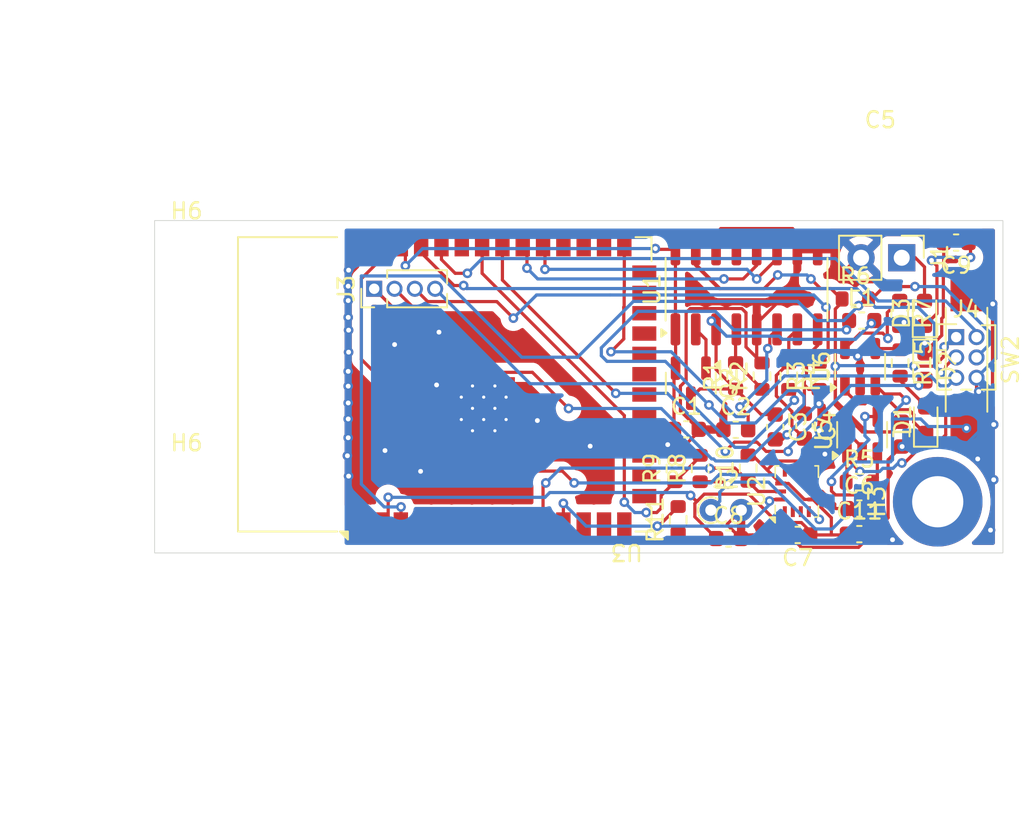
<source format=kicad_pcb>
(kicad_pcb (version 20241229) (generator "pcbnew") (generator_version "9.0")
  (layers (0 "F.Cu" signal) (2 "B.Cu" signal) (13 "F.Paste" user) (15 "B.Paste" user) (5 "F.SilkS" user "F.Silkscreen") (7 "B.SilkS" user "B.Silkscreen") (1 "F.Mask" user) (3 "B.Mask" user) (25 "Edge.Cuts" user))
  (net 0 "")
  (net 1 "+3.3V")
  (net 2 "GND")
  (net 3 "Net-(U1-VBG)")
  (net 4 "Net-(U1-INA-)")
  (net 5 "Net-(U1-INA+)")
  (net 6 "Net-(U5-BP)")
  (net 7 "V_CHARGE")
  (net 8 "Net-(D1-A)")
  (net 9 "Net-(D1-K)")
  (net 10 "Net-(D2-A)")
  (net 11 "BAT_CON+")
  (net 12 "Net-(Q2-B)")
  (net 13 "Net-(U1-VFB)")
  (net 14 "Net-(U5-ON{slash}~{OFF})")
  (net 15 "EN")
  (net 16 "Net-(U6-PROG)")
  (net 17 "Net-(U3-IO41)")
  (net 18 "SCL")
  (net 19 "SDA")
  (net 20 "ADC_OUT")
  (net 21 "ADC_CLK")
  (net 26 "IMU_INT")
  (net 30 "CHARGE_STATUS")
  (net 36 "RX")
  (net 37 "IO0")
  (net 53 "TX")
  (net 55 "Net-(D3-A)")
  (net 56 "Net-(U5-VIN)")
  (net 57 "ADC_ENABLE")
  (net 61 "Net-(J3-Pin_1)")
  (net 62 "Net-(J3-Pin_3)")
  (net 63 "Net-(J3-Pin_4)")
  (net 64 "Net-(Q2-C)")
  (footprint "Resistor_SMD:R_0603_1608Metric" (layer "F.Cu") (at 160.315 116.15 90)
    (property "Reference" "R3")
    (property "Value" "100R")
  )
  (footprint "Connector_PinHeader_1.27mm:PinHeader_2x03_P1.27mm_Vertical" (layer "F.Cu") (at 168.88 113.71)
    (property "Reference" "J4")
    (property "Value" "PROG")
  )
  (footprint "Resistor_SMD:R_0603_1608Metric" (layer "F.Cu") (at 162.575 111.325)
    (property "Reference" "R6")
    (property "Value" "10k")
  )
  (footprint "Resistor_SMD:R_0603_1608Metric" (layer "F.Cu") (at 152.875 121.925 90)
    (property "Reference" "R8")
    (property "Value" "10k")
  )
  (footprint "Capacitor_SMD:C_0603_1608Metric" (layer "F.Cu") (at 154.65 126.3)
    (property "Reference" "C8")
    (property "Value" "0.1uF")
  )
  (footprint "Resistor_SMD:R_0603_1608Metric" (layer "F.Cu") (at 151.3 121.925 90)
    (property "Reference" "R9")
    (property "Value" "10k")
  )
  (footprint "Connector_PinHeader_1.27mm:PinHeader_1x04_P1.27mm_Vertical" (layer "F.Cu") (at 132.5 110.6875 90)
    (property "Reference" "J3")
    (property "Value" "strain gauge")
  )
  (footprint "Package_TO_SOT_SMD:SOT-23-5" (layer "F.Cu") (at 162.875 115.5625 90)
    (property "Reference" "U6")
    (property "Value" "MCP73831-2-OT")
  )
  (footprint "Capacitor_SMD:C_0603_1608Metric" (layer "F.Cu") (at 157.565 119.325 -90)
    (property "Reference" "C3")
    (property "Value" "10uF")
  )
  (footprint "Capacitor_SMD:C_0603_1608Metric" (layer "F.Cu") (at 159.39 119.275 -90)
    (property "Reference" "C4")
    (property "Value" "0.1uF")
  )
  (footprint "LED_SMD:LED_0603_1608Metric_Pad1.05x0.95mm_HandSolder" (layer "F.Cu") (at 166.925 115.525 -90)
    (property "Reference" "D2")
    (property "Value" "LED")
  )
  (footprint "Capacitor_SMD:C_0603_1608Metric" (layer "F.Cu") (at 162.825 124.425)
    (property "Reference" "C6")
    (property "Value" "0.01uF")
  )
  (footprint "Capacitor_SMD:C_0603_1608Metric" (layer "F.Cu") (at 155.1 119.5)
    (property "Reference" "C2")
    (property "Value" "0.1uF")
  )
  (footprint "Package_SO:SOP-16_3.9x9.9mm_P1.27mm" (layer "F.Cu") (at 155.775 110.725 90)
    (property "Reference" "U1")
    (property "Value" "HX711")
  )
  (footprint "Capacitor_SMD:C_0603_1608Metric" (layer "F.Cu") (at 162.825 126.025)
    (property "Reference" "C11")
    (property "Value" "0.1uF")
  )
  (footprint "MountingHole:MountingHole_3.2mm_M3_DIN965" (layer "F.Cu") (at 120.775 124.125)
    (property "Reference" "H6")
    (property "Value" "MountingHole")
  )
  (footprint "Resistor_SMD:R_0603_1608Metric" (layer "F.Cu") (at 165.35 112.225 -90)
    (property "Reference" "R7")
    (property "Value" "2k")
  )
  (footprint "Connector_PinHeader_2.54mm:PinHeader_1x02_P2.54mm_Vertical" (layer "F.Cu") (at 165.475 108.75 -90)
    (property "Reference" "J1")
    (property "Value" "Conn_01x02_Pin")
  )
  (footprint "Package_LGA:Bosch_LGA-14_3x2.5mm_P0.5mm" (layer "F.Cu") (at 158.9175 123.3575 90)
    (property "Reference" "U2")
    (property "Value" "IIM-42652")
  )
  (footprint "Resistor_THT:R_Axial_DIN0204_L3.6mm_D1.6mm_P1.90mm_Vertical" (layer "F.Cu") (at 153.545 124.525)
    (property "Reference" "J2")
    (property "Value" "Battery_connector")
  )
  (footprint "MountingHole:MountingHole_3.2mm_M3_DIN965_Pad" (layer "F.Cu") (at 167.725 124 90)
    (property "Reference" "H3")
    (property "Value" "MountingHole")
  )
  (footprint "MountingHole:MountingHole_3.2mm_M3_DIN965" (layer "F.Cu") (at 120.775 109.625)
    (property "Reference" "H6")
    (property "Value" "MountingHole")
  )
  (footprint "Capacitor_SMD:C_0603_1608Metric" (layer "F.Cu") (at 168.875 107.8 180)
    (property "Reference" "C9")
    (property "Value" "4.7uF")
  )
  (footprint "Resistor_SMD:R_0603_1608Metric" (layer "F.Cu") (at 165.375 115.325 -90)
    (property "Reference" "R15")
    (property "Value" "470")
  )
  (footprint "Diode_SMD:D_0603_1608Metric" (layer "F.Cu") (at 166.9 112.225 90)
    (property "Reference" "D3")
    (property "Value" "D")
  )
  (footprint "Inductor_SMD:L_0603_1608Metric" (layer "F.Cu") (at 162.975 112.675)
    (property "Reference" "L1")
    (property "Value" "3.3uH")
  )
  (footprint "Capacitor_SMD:C_0603_1608Metric" (layer "F.Cu") (at 152.015 119.475)
    (property "Reference" "C1")
    (property "Value" "10uF")
  )
  (footprint "Button_Switch_SMD:SW_SPST_REED_CT05-XXXX-G1" (layer "F.Cu") (at 169.525 115.125 90)
    (property "Reference" "SW2")
    (property "Value" "SW_Reed_Opener")
  )
  (footprint "LED_SMD:LED_0603_1608Metric_Pad1.05x0.95mm_HandSolder" (layer "F.Cu") (at 166.975 118.9 90)
    (property "Reference" "D1")
    (property "Value" "LED")
  )
  (footprint "Package_TO_SOT_SMD:SOT-23-5" (layer "F.Cu") (at 163 119.8125 90)
    (property "Reference" "U5")
    (property "Value" "TC2185-3.3VxCTTR")
  )
  (footprint "Capacitor_SMD:C_0603_1608Metric" (layer "F.Cu") (at 158.975 126.075 180)
    (property "Reference" "C7")
    (property "Value" "2.2uF")
  )
  (footprint "RF_Module:ESP32-S3-WROOM-1" (layer "F.Cu") (at 136.885 116.6625 90)
    (property "Reference" "U3")
    (property "Value" "ESP32-S3-WROOM-1")
  )
  (footprint "Resistor_SMD:R_0603_1608Metric" (layer "F.Cu") (at 155.875 121.9 90)
    (property "Reference" "R10")
    (property "Value" "4.7k")
  )
  (footprint "Resistor_SMD:R_0603_1608Metric" (layer "F.Cu") (at 158.415 116.15 -90)
    (property "Reference" "R4")
    (property "Value" "100R")
  )
  (footprint "Resistor_SMD:R_0603_1608Metric" (layer "F.Cu") (at 162.825 122.775)
    (property "Reference" "R5")
    (property "Value" "10k")
  )
  (footprint "Package_TO_SOT_SMD:SOT-23" (layer "F.Cu") (at 152.29 116.5875 -90)
    (property "Reference" "Q2")
    (property "Value" "SS8550")
  )
  (footprint "Capacitor_SMD:C_0603_1608Metric" (layer "F.Cu") (at 165.45 119.775 90)
    (property "Reference" "C5")
    (property "Value" "3.1nF")
  )
  (footprint "Resistor_SMD:R_0603_1608Metric" (layer "F.Cu") (at 151.5 125.125 90)
    (property "Reference" "R11")
    (property "Value" "4.7k")
  )
  (footprint "Resistor_SMD:R_0603_1608Metric" (layer "F.Cu") (at 155.09 116.125 90)
    (property "Reference" "R1")
    (property "Value" "20k")
  )
  (footprint "Resistor_SMD:R_0603_1608Metric" (layer "F.Cu") (at 156.74 116.15 90)
    (property "Reference" "R2")
    (property "Value" "8.2k")
  )
  (gr_rect (start 118.775 106.425) (end 171.8 127.2) (stroke (width 0.05)) (fill no) (layer "Edge.Cuts"))
  (segment (start 155.924 123.524) (end 157.699 125.299) (width 0.2) (layer "F.Cu") (net 1))
  (segment (start 157.6185 121.4565) (end 157.06125 122.01375) (width 0.2) (layer "F.Cu") (net 1))
  (segment (start 157.699 125.299) (end 159.199 125.299) (width 0.2) (layer "F.Cu") (net 1))
  (segment (start 156.875 110.675) (end 154.112817 110.675) (width 0.2) (layer "F.Cu") (net 1))
  (segment (start 159.93 123.8575) (end 159.3925 123.8575) (width 0.2) (layer "F.Cu") (net 1))
  (segment (start 152.702186 123.952186) (end 152.622599 123.952186) (width 0.2) (layer "F.Cu") (net 1))
  (segment (start 151.85 126.3) (end 151.5 125.95) (width 0.2) (layer "F.Cu") (net 1))
  (segment (start 161.325 117.95) (end 162.05 118.675) (width 0.2) (layer "F.Cu") (net 1))
  (segment (start 168.125 114.324276) (end 168.079 114.370276) (width 0.2) (layer "F.Cu") (net 1))
  (segment (start 159.6675 121.7) (end 159.424 121.4565) (width 0.2) (layer "F.Cu") (net 1))
  (segment (start 163.288557 119.6385) (end 164.8115 119.6385) (width 0.2) (layer "F.Cu") (net 1))
  (segment (start 159.6675 121.7) (end 159.6675 122.095) (width 0.2) (layer "F.Cu") (net 1))
  (segment (start 164.8115 119.6385) (end 165.45 119) (width 0.2) (layer "F.Cu") (net 1))
  (segment (start 161.049 110.674) (end 161.825 111.45) (width 0.2) (layer "F.Cu") (net 1))
  (segment (start 155.875 121.075) (end 156.1225 121.075) (width 0.2) (layer "F.Cu") (net 1))
  (segment (start 152.622599 123.952186) (end 152.278003 123.60759) (width 0.2) (layer "F.Cu") (net 1))
  (segment (start 152.6 108.225) (end 152.6 109.224999) (width 0.2) (layer "F.Cu") (net 1))
  (segment (start 161.324 117.673943) (end 163.288557 119.6385) (width 0.2) (layer "F.Cu") (net 1))
  (segment (start 152.544 124.944) (end 152.544 124.110372) (width 0.2) (layer "F.Cu") (net 1))
  (segment (start 168.079 114.370276) (end 168.079 114.944751) (width 0.2) (layer "F.Cu") (net 1))
  (segment (start 161.825 111.45) (end 161.325 111.95) (width 0.2) (layer "F.Cu") (net 1))
  (segment (start 164.8115 119.6385) (end 163.0135 119.6385) (width 0.2) (layer "F.Cu") (net 1))
  (segment (start 152.702186 123.952186) (end 153.130372 123.524) (width 0.2) (layer "F.Cu") (net 1))
  (segment (start 167.498751 115.525) (end 166.239292 115.525) (width 0.2) (layer "F.Cu") (net 1))
  (segment (start 159.975 126.075) (end 161.075 126.075) (width 0.2) (layer "F.Cu") (net 1))
  (segment (start 162.05 118.675) (end 159.6675 121.0575) (width 0.2) (layer "F.Cu") (net 1))
  (segment (start 160.1 125.95) (end 159.975 126.075) (width 0.2) (layer "F.Cu") (net 1))
  (segment (start 156.1225 121.075) (end 157.06125 122.01375) (width 0.2) (layer "F.Cu") (net 1))
  (segment (start 157.725 109.825) (end 156.875 110.675) (width 0.2) (layer "F.Cu") (net 1))
  (segment (start 161.075 125.0025) (end 161.075 126.075) (width 0.2) (layer "F.Cu") (net 1))
  (segment (start 157.06125 122.01375) (end 157.905 122.8575) (width 0.2) (layer "F.Cu") (net 1))
  (segment (start 153.9 126.3) (end 151.85 126.3) (width 0.2) (layer "F.Cu") (net 1))
  (segment (start 158.3925 122.8575) (end 157.905 122.8575) (width 0.2) (layer "F.Cu") (net 1))
  (segment (start 133.375 123.725) (end 133.375 124.9325) (width 0.2) (layer "F.Cu") (net 1))
  (segment (start 154.112817 110.675) (end 152.6 109.162183) (width 0.2) (layer "F.Cu") (net 1))
  (segment (start 153.130372 123.524) (end 155.924 123.524) (width 0.2) (layer "F.Cu") (net 1))
  (segment (start 153.9 126.3) (end 152.544 124.944) (width 0.2) (layer "F.Cu") (net 1))
  (segment (start 162 126.075) (end 162.05 126.025) (width 0.2) (layer "F.Cu") (net 1))
  (segment (start 160.51125 124.43875) (end 161.075 125.0025) (width 0.2) (layer "F.Cu") (net 1))
  (segment (start 159.199 125.299) (end 159.975 126.075) (width 0.2) (layer "F.Cu") (net 1))
  (segment (start 159.424 121.4565) (end 157.6185 121.4565) (width 0.2) (layer "F.Cu") (net 1))
  (segment (start 159.6675 121.0575) (end 159.6675 121.7) (width 0.2) (layer "F.Cu") (net 1))
  (segment (start 161.324 115.996532) (end 161.324 117.673943) (width 0.2) (layer "F.Cu") (net 1))
  (segment (start 152.6 109.162183) (end 152.6 108.199) (width 0.2) (layer "F.Cu") (net 1))
  (segment (start 161.049 110.674) (end 160.399 110.674) (width 0.2) (layer "F.Cu") (net 1))
  (segment (start 161.075 126.075) (end 162 126.075) (width 0.2) (layer "F.Cu") (net 1))
  (segment (start 163.0135 119.6385) (end 162.05 118.675) (width 0.2) (layer "F.Cu") (net 1))
  (segment (start 160.399 110.674) (end 159.8 110.075) (width 0.2) (layer "F.Cu") (net 1))
  (segment (start 168.079 114.944751) (end 167.498751 115.525) (width 0.2) (layer "F.Cu") (net 1))
  (segment (start 133.375 124.9325) (end 132.895 125.4125) (width 0.2) (layer "F.Cu") (net 1))
  (segment (start 152.544 124.110372) (end 152.702186 123.952186) (width 0.2) (layer "F.Cu") (net 1))
  (segment (start 159.3925 123.8575) (end 158.3925 122.8575) (width 0.2) (layer "F.Cu") (net 1))
  (segment (start 161.325 111.95) (end 161.325 117.95) (width 0.2) (layer "F.Cu") (net 1))
  (segment (start 159.93 123.8575) (end 160.51125 124.43875) (width 0.2) (layer "F.Cu") (net 1))
  (segment (start 152.6 109.224999) (end 154.049001 110.674) (width 0.2) (layer "F.Cu") (net 1))
  (via (at 161.325 115.534868) (size 0.6) (drill 0.3) (layers "F.Cu" "B.Cu") (net 1))
  (via (at 166.239292 115.525) (size 0.6) (drill 0.3) (layers "F.Cu" "B.Cu") (net 1))
  (via (at 157.725 109.825) (size 0.6) (drill 0.3) (layers "F.Cu" "B.Cu") (net 1))
  (via (at 133.375 123.725) (size 0.6) (drill 0.3) (layers "F.Cu" "B.Cu") (net 1))
  (via (at 168.125 114.324276) (size 0.6) (drill 0.3) (layers "F.Cu" "B.Cu") (net 1))
  (via (at 159.8 110.075) (size 0.6) (drill 0.3) (layers "F.Cu" "B.Cu") (net 1))
  (via (at 152.278003 123.60759) (size 0.6) (drill 0.3) (layers "F.Cu" "B.Cu") (net 1))
  (segment (start 166.239292 115.525) (end 164.65769 115.525) (width 0.2) (layer "B.Cu") (net 1))
  (segment (start 168.739276 113.71) (end 168.125 114.324276) (width 0.2) (layer "B.Cu") (net 1))
  (segment (start 166.239291 115.525) (end 166.206601 115.49231) (width 0.2) (layer "B.Cu") (net 1))
  (segment (start 143.475943 123.424) (end 143.174943 123.725) (width 0.2) (layer "B.Cu") (net 1))
  (segment (start 152.094413 123.424) (end 143.475943 123.424) (width 0.2) (layer "B.Cu") (net 1))
  (segment (start 164.625 115.49231) (end 161.367558 115.49231) (width 0.2) (layer "B.Cu") (net 1))
  (segment (start 161.367558 115.49231) (end 161.325 115.534868) (width 0.2) (layer "B.Cu") (net 1))
  (segment (start 164.65769 115.525) (end 164.625 115.49231) (width 0.2) (layer "B.Cu") (net 1))
  (segment (start 143.174943 123.725) (end 133.375 123.725) (width 0.2) (layer "B.Cu") (net 1))
  (segment (start 152.278003 123.60759) (end 152.094413 123.424) (width 0.2) (layer "B.Cu") (net 1))
  (segment (start 168.88 113.71) (end 168.739276 113.71) (width 0.2) (layer "B.Cu") (net 1))
  (segment (start 159.55 109.825) (end 157.725 109.825) (width 0.2) (layer "B.Cu") (net 1))
  (segment (start 166.206601 115.49231) (end 164.625 115.49231) (width 0.2) (layer "B.Cu") (net 1))
  (segment (start 159.8 110.075) (end 159.55 109.825) (width 0.2) (layer "B.Cu") (net 1))
  (segment (start 163.6 126.025) (end 163.6 125.975) (width 0.2) (layer "F.Cu") (net 2))
  (segment (start 151.3 120.882661) (end 150.848405 120.431066) (width 0.2) (layer "F.Cu") (net 2))
  (segment (start 163.6 125.975) (end 162.05 124.425) (width 0.2) (layer "F.Cu") (net 2))
  (segment (start 161.286805 124.35) (end 161.286805 124.149805) (width 0.2) (layer "F.Cu") (net 2))
  (segment (start 156.74 115.325) (end 155.741 114.326) (width 0.2) (layer "F.Cu") (net 2))
  (segment (start 154.171001 106.924) (end 153.87 107.225001) (width 0.2) (layer "F.Cu") (net 2))
  (segment (start 170.15 116.25) (end 170.15 116.975) (width 0.2) (layer "F.Cu") (net 2))
  (segment (start 160.0935 121.602032) (end 160.0935 122.694) (width 0.2) (layer "F.Cu") (net 2))
  (segment (start 153.87 107.225001) (end 153.87 108.225) (width 0.2) (layer "F.Cu") (net 2))
  (segment (start 170.15 116.975) (end 170.288235 117.113235) (width 0.2) (layer "F.Cu") (net 2))
  (segment (start 135.6 112.45) (end 136.55 113.4) (width 0.2) (layer "F.Cu") (net 2))
  (segment (start 168.077 112.448) (end 168.077 110.05) (width 0.2) (layer "F.Cu") (net 2))
  (segment (start 158.017304 120.1) (end 158.304387 119.812917) (width 0.2) (layer "F.Cu") (net 2))
  (segment (start 166.925 114.09444) (end 166.91528 114.08472) (width 0.2) (layer "F.Cu") (net 2))
  (segment (start 154.575 125.45) (end 155.425 126.3) (width 0.2) (layer "F.Cu") (net 2))
  (segment (start 155.445 124.525) (end 154.575 125.395) (width 0.2) (layer "F.Cu") (net 2))
  (segment (start 164.624 125.001) (end 163.6 126.025) (width 0.2) (layer "F.Cu") (net 2))
  (segment (start 163.6 126.025) (end 162.774 126.851) (width 0.2) (layer "F.Cu") (net 2))
  (segment (start 155.741 112.184032) (end 155.480968 111.924) (width 0.2) (layer "F.Cu") (net 2))
  (segment (start 168.077 110.05) (end 168.077 109.9401) (width 0.2) (layer "F.Cu") (net 2))
  (segment (start 161.361805 124.425) (end 161.286805 124.35) (width 0.2) (layer "F.Cu") (net 2))
  (segment (start 162.05 124.425) (end 161.361805 124.425) (width 0.2) (layer "F.Cu") (net 2))
  (segment (start 160.4945 123.3575) (end 159.93 123.3575) (width 0.2) (layer "F.Cu") (net 2))
  (segment (start 161.286805 124.149805) (end 160.4945 123.3575) (width 0.2) (layer "F.Cu") (net 2))
  (segment (start 165.45 120.55) (end 164.624 121.376) (width 0.2) (layer "F.Cu") (net 2))
  (segment (start 162.875 115.04231) (end 162.725 114.89231) (width 0.2) (layer "F.Cu") (net 2))
  (segment (start 131.625 108.8) (end 130.9 109.525) (width 0.2) (layer "F.Cu") (net 2))
  (segment (start 164.624 121.376) (end 164.624 125.001) (width 0.2) (layer "F.Cu") (net 2))
  (segment (start 151.999 112.184032) (end 151.999 116.417) (width 0.2) (layer "F.Cu") (net 2))
  (segment (start 156.41 114.995) (end 156.74 115.325) (width 0.2) (layer "F.Cu") (net 2))
  (segment (start 156.15 126.075) (end 155.675 126.075) (width 0.2) (layer "F.Cu") (net 2))
  (segment (start 167.975 112.55) (end 168.077 112.448) (width 0.2) (layer "F.Cu") (net 2))
  (segment (start 158.95 108.225) (end 158.95 110.313032) (width 0.2) (layer "F.Cu") (net 2))
  (segment (start 167.975 113.6) (end 167.975 112.55) (width 0.2) (layer "F.Cu") (net 2))
  (segment (start 160.672766 121.022766) (end 160.0935 121.602032) (width 0.2) (layer "F.Cu") (net 2))
  (segment (start 162.390968 119.9865) (end 161.709032 119.9865) (width 0.2) (layer "F.Cu") (net 2))
  (segment (start 166.925 114.65) (end 167.975 113.6) (width 0.2) (layer "F.Cu") (net 2))
  (segment (start 163 120.595532) (end 162.390968 119.9865) (width 0.2) (layer "F.Cu") (net 2))
  (segment (start 135.5325 112.45) (end 135.6 112.45) (width 0.2) (layer "F.Cu") (net 2))
  (segment (start 152.259032 111.924) (end 151.999 112.184032) (width 0.2) (layer "F.Cu") (net 2))
  (segment (start 152.79 119.61) (end 152.79 119.475) (width 0.2) (layer "F.Cu") (net 2))
  (segment (start 158.95 110.313032) (end 156.41 112.853032) (width 0.2) (layer "F.Cu") (net 2))
  (segment (start 163 120.95) (end 163 120.595532) (width 0.2) (layer "F.Cu") (net 2))
  (segment (start 158.425 126.075) (end 156.15 126.075) (width 0.2) (layer "F.Cu") (net 2))
  (segment (start 157.565 120.1) (end 158.017304 120.1) (width 0.2) (layer "F.Cu") (net 2))
  (segment (start 151.641 118.326) (end 152.79 119.475) (width 0.2) (layer "F.Cu") (net 2))
  (segment (start 160.30123 117.875) (end 160.30123 119.540391) (width 0.2) (layer "F.Cu") (net 2))
  (segment (start 160.22 108.225) (end 158.95 108.225) (width 0.2) (layer "F.Cu") (net 2))
  (segment (start 151.999 116.417) (end 151.641 116.775) (width 0.2) (layer "F.Cu") (net 2))
  (segment (start 159.93 123.3575) (end 159.93 122.8575) (width 0.2) (layer "F.Cu") (net 2))
  (segment (start 162.774 126.851) (end 159.175 126.851) (width 0.2) (layer "F.Cu") (net 2))
  (segment (start 168.1 107.8) (end 168.1 109.9171) (width 0.2) (layer "F.Cu") (net 2))
  (segment (start 168.1 109.9171) (end 168.077 109.9401) (width 0.2) (layer "F.Cu") (net 2))
  (segment (start 158.425 126.075) (end 159.175 126.825) (width 0.2) (layer "F.Cu") (net 2))
  (segment (start 131.625 107.9125) (end 131.625 108.8) (width 0.2) (layer "F.Cu") (net 2))
  (segment (start 166.925 114.65) (end 166.925 114.09444) (width 0.2) (layer "F.Cu") (net 2))
  (segment (start 133.77 110.6875) (end 135.5325 112.45) (width 0.2) (layer "F.Cu") (net 2))
  (segment (start 155.741 114.326) (end 155.741 112.184032) (width 0.2) (layer "F.Cu") (net 2))
  (segment (start 151.3 121.1) (end 152.79 119.61) (width 0.2) (layer "F.Cu") (net 2))
  (segment (start 160.0935 122.694) (end 159.93 122.8575) (width 0.2) (layer "F.Cu") (net 2))
  (segment (start 168.077 109.9401) (end 168.077 109.95) (width 0.2) (layer "F.Cu") (net 2))
  (segment (start 151.3 121.1) (end 151.3 120.882661) (width 0.2) (layer "F.Cu") (net 2))
  (segment (start 154.575 125.395) (end 154.575 125.45) (width 0.2) (layer "F.Cu") (net 2))
  (segment (start 159.175 126.825) (end 159.175 126.851) (width 0.2) (layer "F.Cu") (net 2))
  (segment (start 162.875 116.7) (end 162.875 115.04231) (width 0.2) (layer "F.Cu") (net 2))
  (segment (start 158.95 108.225) (end 158.95 107.225001) (width 0.2) (layer "F.Cu") (net 2))
  (segment (start 161.709032 119.9865) (end 160.672766 121.022766) (width 0.2) (layer "F.Cu") (net 2))
  (segment (start 158.648999 106.924) (end 154.171001 106.924) (width 0.2) (layer "F.Cu") (net 2))
  (segment (start 160.30123 119.540391) (end 160.318656 119.557817) (width 0.2) (layer "F.Cu") (net 2))
  (segment (start 151.641 116.775) (end 151.641 118.326) (width 0.2) (layer "F.Cu") (net 2))
  (segment (start 156.41 112.853032) (end 156.41 113.225) (width 0.2) (layer "F.Cu") (net 2))
  (segment (start 155.480968 111.924) (end 152.259032 111.924) (width 0.2) (layer "F.Cu") (net 2))
  (segment (start 156.41 113.225) (end 156.41 114.995) (width 0.2) (layer "F.Cu") (net 2))
  (segment (start 155.45 126.3) (end 155.675 126.075) (width 0.2) (layer "F.Cu") (net 2))
  (segment (start 158.95 107.225001) (end 158.648999 106.924) (width 0.2) (layer "F.Cu") (net 2))
  (via (at 170.288235 117.113235) (size 0.6) (drill 0.3) (layers "F.Cu" "B.Cu") (net 2))
  (via (at 164.9 126.375) (size 0.6) (drill 0.3) (layers "F.Cu" "B.Cu") (net 2))
  (via (at 135.4 122.1) (size 0.6) (drill 0.3) (layers "F.Cu" "B.Cu") (net 2))
  (via (at 146 120.525) (size 0.6) (drill 0.3) (layers "F.Cu" "B.Cu") (net 2))
  (via (at 171.225 122.625) (size 0.6) (drill 0.3) (layers "F.Cu" "B.Cu") (net 2))
  (via (at 133.175 120.8) (size 0.6) (drill 0.3) (layers "F.Cu" "B.Cu") (net 2))
  (via (at 130.875 117.825) (size 0.6) (drill 0.3) (layers "F.Cu" "B.Cu") (net 2))
  (via (at 130.9 122.4) (size 0.6) (drill 0.3) (layers "F.Cu" "B.Cu") (net 2))
  (via (at 130.875 118.825) (size 0.6) (drill 0.3) (layers "F.Cu" "B.Cu") (net 2))
  (via (at 165.615281 112.784721) (size 0.6) (drill 0.3) (layers "F.Cu" "B.Cu") (net 2))
  (via (at 130.875 115.85) (size 0.6) (drill 0.3) (layers "F.Cu" "B.Cu") (net 2))
  (via (at 160.318656 119.557817) (size 0.6) (drill 0.3) (layers "F.Cu" "B.Cu") (net 2))
  (via (at 130.875 116.775) (size 0.6) (drill 0.3) (layers "F.Cu" "B.Cu") (net 2))
  (via (at 162.725 114.89231) (size 0.6) (drill 0.3) (layers "F.Cu" "B.Cu") (net 2))
  (via (at 130.9 114.65) (size 0.6) (drill 0.3) (layers "F.Cu" "B.Cu") (net 2))
  (via (at 165.5 120.55) (size 0.6) (drill 0.3) (layers "F.Cu" "B.Cu") (net 2))
  (via (at 170.225 121.325) (size 0.6) (drill 0.3) (layers "F.Cu" "B.Cu") (net 2))
  (via (at 171.164265 111.635735) (size 0.6) (drill 0.3) (layers "F.Cu" "B.Cu") (net 2))
  (via (at 130.875 112.475) (size 0.6) (drill 0.3) (layers "F.Cu" "B.Cu") (net 2))
  (via (at 166.91528 114.08472) (size 0.6) (drill 0.3) (layers "F.Cu" "B.Cu") (net 2))
  (via (at 160.672766 121.022766) (size 0.6) (drill 0.3) (layers "F.Cu" "B.Cu") (net 2))
  (via (at 150.848405 120.431066) (size 0.6) (drill 0.3) (layers "F.Cu" "B.Cu") (net 2))
  (via (at 136.4 116.7) (size 0.6) (drill 0.3) (layers "F.Cu" "B.Cu") (net 2))
  (via (at 171.225 119.175) (size 0.6) (drill 0.3) (layers "F.Cu" "B.Cu") (net 2))
  (via (at 171.025 125.775) (size 0.6) (drill 0.3) (layers "F.Cu" "B.Cu") (net 2))
  (via (at 136.55 113.4) (size 0.6) (drill 0.3) (layers "F.Cu" "B.Cu") (net 2))
  (via (at 133.775 114.175) (size 0.6) (drill 0.3) (layers "F.Cu" "B.Cu") (net 2))
  (via (at 130.9 113.275) (size 0.6) (drill 0.3) (layers "F.Cu" "B.Cu") (net 2))
  (via (at 130.875 111.425) (size 0.6) (drill 0.3) (layers "F.Cu" "B.Cu") (net 2))
  (via (at 142.7 118.925) (size 0.6) (drill 0.3) (layers "F.Cu" "B.Cu") (net 2))
  (via (at 158.304387 119.812917) (size 0.6) (drill 0.3) (layers "F.Cu" "B.Cu") (net 2))
  (via (at 160.30123 117.875) (size 0.6) (drill 0.3) (layers "F.Cu" "B.Cu") (net 2))
  (via (at 130.875 120) (size 0.6) (drill 0.3) (layers "F.Cu" "B.Cu") (net 2))
  (via (at 130.875 110.525) (size 0.6) (drill 0.3) (layers "F.Cu" "B.Cu") (net 2))
  (via (at 130.825 121.125) (size 0.6) (drill 0.3) (layers "F.Cu" "B.Cu") (net 2))
  (via (at 130.9 109.525) (size 0.6) (drill 0.3) (layers "F.Cu" "B.Cu") (net 2))
  (segment (start 165.5 120.55) (end 169.45 120.55) (width 0.2) (layer "B.Cu") (net 2))
  (segment (start 160.242304 117.875) (end 160.30123 117.875) (width 0.2) (layer "B.Cu") (net 2))
  (segment (start 171.352 115.048) (end 171.352 111.82347) (width 0.2) (layer "B.Cu") (net 2))
  (segment (start 169.45 120.55) (end 170.225 121.325) (width 0.2) (layer "B.Cu") (net 2))
  (segment (start 170.15 116.25) (end 171.352 115.048) (width 0.2) (layer "B.Cu") (net 2))
  (segment (start 160.318656 119.557817) (end 160.318656 120.668656) (width 0.2) (layer "B.Cu") (net 2))
  (segment (start 160.318656 120.668656) (end 160.672766 121.022766) (width 0.2) (layer "B.Cu") (net 2))
  (segment (start 162.725 114.89231) (end 162.725 114.549943) (width 0.2) (layer "B.Cu") (net 2))
  (segment (start 169.358477 120.55) (end 165.5 120.55) (width 0.2) (layer "B.Cu") (net 2))
  (segment (start 170.288235 119.620242) (end 169.358477 120.55) (width 0.2) (layer "B.Cu") (net 2))
  (segment (start 171.352 111.82347) (end 171.164265 111.635735) (width 0.2) (layer "B.Cu") (net 2))
  (segment (start 166.91528 114.08472) (end 165.615281 112.784721) (width 0.2) (layer "B.Cu") (net 2))
  (segment (start 158.304387 119.812917) (end 160.242304 117.875) (width 0.2) (layer "B.Cu") (net 2))
  (segment (start 170.288235 117.113235) (end 170.288235 119.620242) (width 0.2) (layer "B.Cu") (net 2))
  (segment (start 164.490222 112.784721) (end 165.615281 112.784721) (width 0.2) (layer "B.Cu") (net 2))
  (segment (start 162.725 114.549943) (end 164.490222 112.784721) (width 0.2) (layer "B.Cu") (net 2))
  (segment (start 155.875 119.5) (end 155.875 118.58353) (width 0.2) (layer "F.Cu") (net 3))
  (segment (start 155.875 118.58353) (end 155.365735 118.074265) (width 0.2) (layer "F.Cu") (net 3))
  (segment (start 157.23 113.675) (end 157.68 113.225) (width 0.2) (layer "F.Cu") (net 3))
  (segment (start 157.23 114.304517) (end 157.23 113.675) (width 0.2) (layer "F.Cu") (net 3))
  (segment (start 157.104606 114.429911) (end 157.23 114.304517) (width 0.2) (layer "F.Cu") (net 3))
  (via (at 155.365735 118.074265) (size 0.6) (drill 0.3) (layers "F.Cu" "B.Cu") (net 3))
  (via (at 157.104606 114.429911) (size 0.6) (drill 0.3) (layers "F.Cu" "B.Cu") (net 3))
  (segment (start 157.104606 114.429911) (end 157.04 114.494517) (width 0.2) (layer "B.Cu") (net 3))
  (segment (start 157.04 114.494517) (end 157.04 116.4) (width 0.2) (layer "B.Cu") (net 3))
  (segment (start 157.04 116.4) (end 155.365735 118.074265) (width 0.2) (layer "B.Cu") (net 3))
  (segment (start 157.639 117.388064) (end 157.639 116.101) (width 0.2) (layer "F.Cu") (net 4))
  (segment (start 158.415 115.325) (end 158.415 113.76) (width 0.2) (layer "F.Cu") (net 4))
  (segment (start 158.614 118.363064) (end 157.639 117.388064) (width 0.2) (layer "F.Cu") (net 4))
  (segment (start 158.614 119.274) (end 158.614 118.363064) (width 0.2) (layer "F.Cu") (net 4))
  (segment (start 158.415 113.76) (end 158.95 113.225) (width 0.2) (layer "F.Cu") (net 4))
  (segment (start 157.639 116.101) (end 158.415 115.325) (width 0.2) (layer "F.Cu") (net 4))
  (segment (start 159.39 120.05) (end 158.614 119.274) (width 0.2) (layer "F.Cu") (net 4))
  (segment (start 159.665 116.975) (end 160.315 116.975) (width 0.2) (layer "F.Cu") (net 5))
  (segment (start 159.39 116.25) (end 159.39 116.7) (width 0.2) (layer "F.Cu") (net 5))
  (segment (start 160.22 113.225) (end 160.22 114.230936) (width 0.2) (layer "F.Cu") (net 5))
  (segment (start 159.525 114.925936) (end 159.525 116.115) (width 0.2) (layer "F.Cu") (net 5))
  (segment (start 159.39 116.7) (end 159.665 116.975) (width 0.2) (layer "F.Cu") (net 5))
  (segment (start 159.525 116.115) (end 159.39 116.25) (width 0.2) (layer "F.Cu") (net 5))
  (segment (start 159.39 116.7) (end 159.39 118.5) (width 0.2) (layer "F.Cu") (net 5))
  (segment (start 160.22 114.230936) (end 159.525 114.925936) (width 0.2) (layer "F.Cu") (net 5))
  (segment (start 160.315 113.32) (end 160.22 113.225) (width 0.2) (layer "F.Cu") (net 5))
  (segment (start 161.330311 123.575) (end 162.75 123.575) (width 0.2) (layer "F.Cu") (net 6))
  (segment (start 161.083319 122.73966) (end 161.083319 123.328008) (width 0.2) (layer "F.Cu") (net 6))
  (segment (start 162.75 123.575) (end 163.6 124.425) (width 0.2) (layer "F.Cu") (net 6))
  (segment (start 163.95 118.675) (end 163.175 118.675) (width 0.2) (layer "F.Cu") (net 6))
  (segment (start 161.083319 123.328008) (end 161.330311 123.575) (width 0.2) (layer "F.Cu") (net 6))
  (via (at 161.083319 122.73966) (size 0.6) (drill 0.3) (layers "F.Cu" "B.Cu") (net 6))
  (via (at 163.175 118.675) (size 0.6) (drill 0.3) (layers "F.Cu" "B.Cu") (net 6))
  (segment (start 161.083319 122.466681) (end 163.425 120.125) (width 0.2) (layer "B.Cu") (net 6))
  (segment (start 161.083319 122.73966) (end 161.083319 122.466681) (width 0.2) (layer "B.Cu") (net 6))
  (segment (start 163.175 119.875) (end 163.175 118.675) (width 0.2) (layer "B.Cu") (net 6))
  (segment (start 163.425 120.125) (end 163.175 119.875) (width 0.2) (layer "B.Cu") (net 6))
  (segment (start 165.375 114.5) (end 165.4125 114.5) (width 0.2) (layer "F.Cu") (net 7))
  (segment (start 167.676 112.2365) (end 166.9 113.0125) (width 0.2) (layer "F.Cu") (net 7))
  (segment (start 167.676 109.774) (end 167.676 109.252912) (width 0.2) (layer "F.Cu") (net 7))
  (segment (start 167.676 109.252912) (end 167.337723 108.914635) (width 0.2) (layer "F.Cu") (net 7))
  (segment (start 163.825 114.425) (end 165.3 114.425) (width 0.2) (layer "F.Cu") (net 7))
  (segment (start 165.3 114.425) (end 165.375 114.5) (width 0.2) (layer "F.Cu") (net 7))
  (segment (start 169.775 108.725) (end 169.775 107.925) (width 0.2) (layer "F.Cu") (net 7))
  (segment (start 165.4125 114.5) (end 166.9 113.0125) (width 0.2) (layer "F.Cu") (net 7))
  (segment (start 167.676 109.774) (end 167.676 112.2365) (width 0.2) (layer "F.Cu") (net 7))
  (segment (start 169.775 107.925) (end 169.65 107.8) (width 0.2) (layer "F.Cu") (net 7))
  (via (at 169.775 108.725) (size 0.6) (drill 0.3) (layers "F.Cu" "B.Cu") (net 7))
  (via (at 167.337723 108.914635) (size 0.6) (drill 0.3) (layers "F.Cu" "B.Cu") (net 7))
  (segment (start 167.527358 108.725) (end 169.775 108.725) (width 0.2) (layer "B.Cu") (net 7))
  (segment (start 167.337723 108.914635) (end 167.527358 108.725) (width 0.2) (layer "B.Cu") (net 7))
  (segment (start 165.375 116.425) (end 166.975 118.025) (width 0.2) (layer "F.Cu") (net 8))
  (segment (start 165.375 116.15) (end 165.375 116.425) (width 0.2) (layer "F.Cu") (net 8))
  (segment (start 166.226 118.55089) (end 166.226 119.026) (width 0.2) (layer "F.Cu") (net 9))
  (segment (start 161.925 116.7) (end 161.925 117.054468) (width 0.2) (layer "F.Cu") (net 9))
  (segment (start 161.925 117.054468) (end 162.745542 117.87501) (width 0.2) (layer "F.Cu") (net 9))
  (segment (start 165.92411 118.249) (end 165.251 118.249) (width 0.2) (layer "F.Cu") (net 9))
  (segment (start 166.226 118.55089) (end 165.92411 118.249) (width 0.2) (layer "F.Cu") (net 9))
  (segment (start 165.251 118.249) (end 164.6655 117.6635) (width 0.2) (layer "F.Cu") (net 9))
  (segment (start 166.226 119.026) (end 166.975 119.775) (width 0.2) (layer "F.Cu") (net 9))
  (segment (start 162.745542 117.87501) (end 163.179554 117.87501) (width 0.2) (layer "F.Cu") (net 9))
  (segment (start 163.391064 117.6635) (end 164.225 117.6635) (width 0.2) (layer "F.Cu") (net 9))
  (segment (start 164.6655 117.6635) (end 164.225 117.6635) (width 0.2) (layer "F.Cu") (net 9))
  (segment (start 163.179554 117.87501) (end 163.391064 117.6635) (width 0.2) (layer "F.Cu") (net 9))
  (segment (start 140.515 107.9125) (end 140.515 110.141412) (width 0.2) (layer "F.Cu") (net 10))
  (segment (start 154.45 120.85) (end 155.024 120.276) (width 0.2) (layer "F.Cu") (net 10))
  (segment (start 166.590132 116.734868) (end 166.925 116.4) (width 0.2) (layer "F.Cu") (net 10))
  (segment (start 157.005245 120.8565) (end 158.375 120.8565) (width 0.2) (layer "F.Cu") (net 10))
  (segment (start 140.515 110.141412) (end 147.599294 117.225706) (width 0.2) (layer "F.Cu") (net 10))
  (segment (start 155.024 120.276) (end 156.424745 120.276) (width 0.2) (layer "F.Cu") (net 10))
  (segment (start 156.424745 120.276) (end 157.005245 120.8565) (width 0.2) (layer "F.Cu") (net 10))
  (segment (start 166.533395 116.734868) (end 166.590132 116.734868) (width 0.2) (layer "F.Cu") (net 10))
  (via (at 147.599294 117.225706) (size 0.6) (drill 0.3) (layers "F.Cu" "B.Cu") (net 10))
  (via (at 158.375 120.8565) (size 0.6) (drill 0.3) (layers "F.Cu" "B.Cu") (net 10))
  (via (at 154.45 120.85) (size 0.6) (drill 0.3) (layers "F.Cu" "B.Cu") (net 10))
  (via (at 166.533395 116.734868) (size 0.6) (drill 0.3) (layers "F.Cu" "B.Cu") (net 10))
  (segment (start 162.291305 116.734868) (end 166.533395 116.734868) (width 0.2) (layer "B.Cu") (net 10))
  (segment (start 150.825706 117.225706) (end 154.45 120.85) (width 0.2) (layer "B.Cu") (net 10))
  (segment (start 158.375 120.8565) (end 158.375 120.651173) (width 0.2) (layer "B.Cu") (net 10))
  (segment (start 147.599294 117.225706) (end 150.825706 117.225706) (width 0.2) (layer "B.Cu") (net 10))
  (segment (start 158.375 120.651173) (end 162.291305 116.734868) (width 0.2) (layer "B.Cu") (net 10))
  (segment (start 165.750473 117.649) (end 165.363973 117.2625) (width 0.2) (layer "F.Cu") (net 11))
  (segment (start 154.491053 122.775) (end 154.1 122.775) (width 0.2) (layer "F.Cu") (net 11))
  (segment (start 164.3875 117.2625) (end 163.825 116.7) (width 0.2) (layer "F.Cu") (net 11))
  (segment (start 154.1 122.775) (end 154.075 122.75) (width 0.2) (layer "F.Cu") (net 11))
  (segment (start 165.363973 117.2625) (end 164.3875 117.2625) (width 0.2) (layer "F.Cu") (net 11))
  (segment (start 154.075 122.75) (end 152.875 122.75) (width 0.2) (layer "F.Cu") (net 11))
  (segment (start 154.610263 122.89421) (end 154.491053 122.775) (width 0.2) (layer "F.Cu") (net 11))
  (via (at 165.750473 117.649) (size 0.6) (drill 0.3) (layers "F.Cu" "B.Cu") (net 11))
  (via (at 169.525 119.405) (size 0.6) (drill 0.3) (layers "F.Cu" "B.Cu") (net 11))
  (via (at 154.610263 122.89421) (size 0.6) (drill 0.3) (layers "F.Cu" "B.Cu") (net 11))
  (segment (start 164.763443 121.5115) (end 164.9 121.374943) (width 0.2) (layer "B.Cu") (net 11))
  (segment (start 169.525 119.405) (end 169.42 119.3) (width 0.2) (layer "B.Cu") (net 11))
  (segment (start 154.729473 122.775) (end 157.149027 122.775) (width 0.2) (layer "B.Cu") (net 11))
  (segment (start 164.9 121.374943) (end 164.9 118.95) (width 0.2) (layer "B.Cu") (net 11))
  (segment (start 154.610263 122.89421) (end 154.729473 122.775) (width 0.2) (layer "B.Cu") (net 11))
  (segment (start 160.075542 125.701515) (end 161.125 125.701515) (width 0.2) (layer "B.Cu") (net 11))
  (segment (start 169.42 119.3) (end 167.1365 119.3) (width 0.2) (layer "B.Cu") (net 11))
  (segment (start 154.610263 122.89421) (end 154.577236 122.927236) (width 0.2) (layer "B.Cu") (net 11))
  (segment (start 154.1 123.97) (end 153.545 124.525) (width 0.2) (layer "B.Cu") (net 11))
  (segment (start 167.1365 119.3) (end 166.6615 118.825) (width 0.2) (layer "B.Cu") (net 11))
  (segment (start 161.125 125.701515) (end 161.886805 124.93971) (width 0.2) (layer "B.Cu") (net 11))
  (segment (start 157.149027 122.775) (end 160.075542 125.701515) (width 0.2) (layer "B.Cu") (net 11))
  (segment (start 161.886805 122.242789) (end 162.618094 121.5115) (width 0.2) (layer "B.Cu") (net 11))
  (segment (start 161.886805 124.93971) (end 161.886805 122.242789) (width 0.2) (layer "B.Cu") (net 11))
  (segment (start 164.9 118.95) (end 164.9 118.499473) (width 0.2) (layer "B.Cu") (net 11))
  (segment (start 164.9 118.825) (end 164.9 118.95) (width 0.2) (layer "B.Cu") (net 11))
  (segment (start 154.1 123.404473) (end 154.1 123.97) (width 0.2) (layer "B.Cu") (net 11))
  (segment (start 154.577236 122.927236) (end 154.1 123.404473) (width 0.2) (layer "B.Cu") (net 11))
  (segment (start 164.9 118.499473) (end 165.750473 117.649) (width 0.2) (layer "B.Cu") (net 11))
  (segment (start 162.618094 121.5115) (end 164.763443 121.5115) (width 0.2) (layer "B.Cu") (net 11))
  (segment (start 166.6615 118.825) (end 164.9 118.825) (width 0.2) (layer "B.Cu") (net 11))
  (segment (start 153.24 113.865) (end 152.6 113.225) (width 0.2) (layer "F.Cu") (net 12))
  (segment (start 153.24 115.65) (end 153.24 113.865) (width 0.2) (layer "F.Cu") (net 12))
  (segment (start 155.09 113.275) (end 155.14 113.225) (width 0.2) (layer "F.Cu") (net 13))
  (segment (start 155.09 115.3) (end 155.09 113.275) (width 0.2) (layer "F.Cu") (net 13))
  (segment (start 155.09 115.3) (end 156.74 116.95) (width 0.2) (layer "F.Cu") (net 13))
  (segment (start 156.74 116.95) (end 156.74 116.975) (width 0.2) (layer "F.Cu") (net 13))
  (segment (start 163.95 122.475) (end 163.65 122.775) (width 0.2) (layer "F.Cu") (net 14))
  (segment (start 163.95 120.95) (end 163.95 122.475) (width 0.2) (layer "F.Cu") (net 14))
  (segment (start 163.075 111.45) (end 163.475 111.45) (width 0.2) (layer "F.Cu") (net 15))
  (segment (start 164.374643 110.550357) (end 166.3 110.550357) (width 0.2) (layer "F.Cu") (net 15))
  (segment (start 163.475 111.45) (end 164.374643 110.550357) (width 0.2) (layer "F.Cu") (net 15))
  (segment (start 162.7875 111.7375) (end 163.075 111.45) (width 0.2) (layer "F.Cu") (net 15))
  (segment (start 134.175 125.4025) (end 134.165 125.4125) (width 0.2) (layer "F.Cu") (net 15))
  (segment (start 134.175 124.325) (end 134.175 125.4025) (width 0.2) (layer "F.Cu") (net 15))
  (via (at 162.7875 111.7375) (size 0.6) (drill 0.3) (layers "F.Cu" "B.Cu") (net 15))
  (via (at 166.3 110.550357) (size 0.6) (drill 0.3) (layers "F.Cu" "B.Cu") (net 15))
  (via (at 134.175 124.325) (size 0.6) (drill 0.3) (layers "F.Cu" "B.Cu") (net 15))
  (segment (start 131.699 109.8865) (end 131.699 122.898943) (width 0.2) (layer "B.Cu") (net 15))
  (segment (start 148.7 111.477) (end 145.2093 114.9677) (width 0.2) (layer "B.Cu") (net 15))
  (segment (start 170.951 113.378214) (end 170.951 114.179) (width 0.2) (layer "B.Cu") (net 15))
  (segment (start 160.173 112.675) (end 158.975 111.477) (width 0.2) (layer "B.Cu") (net 15))
  (segment (start 168.147786 110.575) (end 170.951 113.378214) (width 0.2) (layer "B.Cu") (net 15))
  (segment (start 131.699 122.898943) (end 133.125057 124.325) (width 0.2) (layer "B.Cu") (net 15))
  (segment (start 170.951 114.179) (end 170.15 114.98) (width 0.2) (layer "B.Cu") (net 15))
  (segment (start 166.3 110.550357) (end 167.950357 110.550357) (width 0.2) (layer "B.Cu") (net 15))
  (segment (start 145.2093 114.9677) (end 141.722986 114.9677) (width 0.2) (layer "B.Cu") (net 15))
  (segment (start 141.722986 114.9677) (end 136.641786 109.8865) (width 0.2) (layer "B.Cu") (net 15))
  (segment (start 167.975 110.575) (end 168.147786 110.575) (width 0.2) (layer "B.Cu") (net 15))
  (segment (start 158.975 111.477) (end 148.7 111.477) (width 0.2) (layer "B.Cu") (net 15))
  (segment (start 161.85 112.675) (end 160.173 112.675) (width 0.2) (layer "B.Cu") (net 15))
  (segment (start 162.7875 111.7375) (end 161.85 112.675) (width 0.2) (layer "B.Cu") (net 15))
  (segment (start 133.125057 124.325) (end 134.175 124.325) (width 0.2) (layer "B.Cu") (net 15))
  (segment (start 167.950357 110.550357) (end 167.975 110.575) (width 0.2) (layer "B.Cu") (net 15))
  (segment (start 136.641786 109.8865) (end 131.699 109.8865) (width 0.2) (layer "B.Cu") (net 15))
  (segment (start 164.574 113.751633) (end 164.613615 113.791248) (width 0.2) (layer "F.Cu") (net 16))
  (segment (start 165.35 111.4) (end 164.574 112.176) (width 0.2) (layer "F.Cu") (net 16))
  (segment (start 162.8885 113.4615) (end 161.925 114.425) (width 0.2) (layer "F.Cu") (net 16))
  (segment (start 164.613615 113.791248) (end 164.283867 113.4615) (width 0.2) (layer "F.Cu") (net 16))
  (segment (start 164.283867 113.4615) (end 162.8885 113.4615) (width 0.2) (layer "F.Cu") (net 16))
  (segment (start 165.35 111.4) (end 164.95 111.4) (width 0.2) (layer "F.Cu") (net 16))
  (segment (start 164.574 112.176) (end 164.574 113.751633) (width 0.2) (layer "F.Cu") (net 16))
  (via (at 164.613615 113.791248) (size 0.6) (drill 0.3) (layers "F.Cu" "B.Cu") (net 16))
  (segment (start 148.134998 124.025) (end 148.134998 118.60994) (width 0.2) (layer "F.Cu") (net 17))
  (segment (start 139.245 109.719942) (end 139.245 107.9125) (width 0.2) (layer "F.Cu") (net 17))
  (segment (start 148.134998 118.60994) (end 139.245 109.719942) (width 0.2) (layer "F.Cu") (net 17))
  (segment (start 150.436 124.3985) (end 150.1595 124.675) (width 0.2) (layer "F.Cu") (net 17))
  (segment (start 150.436 123.614) (end 150.436 124.3985) (width 0.2) (layer "F.Cu") (net 17))
  (segment (start 152.875 121.175) (end 151.3 122.75) (width 0.2) (layer "F.Cu") (net 17))
  (segment (start 150.1595 124.675) (end 149.5 124.675) (width 0.2) (layer "F.Cu") (net 17))
  (segment (start 151.3 122.75) (end 150.436 123.614) (width 0.2) (layer "F.Cu") (net 17))
  (segment (start 139.245 108.8625) (end 139.245 107.9125) (width 0.2) (layer "F.Cu") (net 17))
  (segment (start 152.875 121.1) (end 152.875 121.175) (width 0.2) (layer "F.Cu") (net 17))
  (via (at 148.134998 124.025) (size 0.6) (drill 0.3) (layers "F.Cu" "B.Cu") (net 17))
  (via (at 149.5 124.675) (size 0.6) (drill 0.3) (layers "F.Cu" "B.Cu") (net 17))
  (segment (start 148.784998 124.675) (end 148.134998 124.025) (width 0.2) (layer "B.Cu") (net 17))
  (segment (start 149.5 124.675) (end 148.784998 124.675) (width 0.2) (layer "B.Cu") (net 17))
  (segment (start 143.225 122.825) (end 143.055 122.995) (width 0.2) (layer "F.Cu") (net 18))
  (segment (start 153.719903 121.924999) (end 153.744902 121.9) (width 0.2) (layer "F.Cu") (net 18))
  (segment (start 155.875 122.725) (end 156.5075 123.3575) (width 0.2) (layer "F.Cu") (net 18))
  (segment (start 156.5075 123.3575) (end 157.905 123.3575) (width 0.2) (layer "F.Cu") (net 18))
  (segment (start 153.744902 121.9) (end 155.05 121.9) (width 0.2) (layer "F.Cu") (net 18))
  (segment (start 143.055 122.995) (end 143.055 125.4125) (width 0.2) (layer "F.Cu") (net 18))
  (segment (start 153.47171 121.924999) (end 153.719903 121.924999) (width 0.2) (layer "F.Cu") (net 18))
  (segment (start 155.05 121.9) (end 155.875 122.725) (width 0.2) (layer "F.Cu") (net 18))
  (via (at 153.47171 121.924999) (size 0.6) (drill 0.3) (layers "F.Cu" "B.Cu") (net 18))
  (via (at 143.225 122.825) (size 0.6) (drill 0.3) (layers "F.Cu" "B.Cu") (net 18))
  (segment (start 153.446711 121.9) (end 144.15 121.9) (width 0.2) (layer "B.Cu") (net 18))
  (segment (start 153.47171 121.924999) (end 153.571711 122.025) (width 0.2) (layer "B.Cu") (net 18))
  (segment (start 144.15 121.9) (end 143.225 122.825) (width 0.2) (layer "B.Cu") (net 18))
  (segment (start 153.47171 121.924999) (end 153.446711 121.9) (width 0.2) (layer "B.Cu") (net 18))
  (segment (start 153.571711 122.025) (end 153.7 122.025) (width 0.2) (layer "B.Cu") (net 18))
  (segment (start 157.306028 123.8575) (end 157.206028 123.9575) (width 0.2) (layer "F.Cu") (net 19))
  (segment (start 157.905 123.8575) (end 157.306028 123.8575) (width 0.2) (layer "F.Cu") (net 19))
  (segment (start 150.2 125.525) (end 150.275 125.525) (width 0.2) (layer "F.Cu") (net 19))
  (segment (start 144.325 124.1) (end 144.325 125.4125) (width 0.2) (layer "F.Cu") (net 19))
  (segment (start 150.275 125.525) (end 151.5 124.3) (width 0.2) (layer "F.Cu") (net 19))
  (via (at 157.206028 123.9575) (size 0.6) (drill 0.3) (layers "F.Cu" "B.Cu") (net 19))
  (via (at 150.2 125.525) (size 0.6) (drill 0.3) (layers "F.Cu" "B.Cu") (net 19))
  (via (at 144.325 124.1) (size 0.6) (drill 0.3) (layers "F.Cu" "B.Cu") (net 19))
  (segment (start 145.75 125.525) (end 144.325 124.1) (width 0.2) (layer "B.Cu") (net 19))
  (segment (start 150.2 125.525) (end 145.75 125.525) (width 0.2) (layer "B.Cu") (net 19))
  (segment (start 155.860628 125.525) (end 150.2 125.525) (width 0.2) (layer "B.Cu") (net 19))
  (segment (start 157.206028 124.1796) (end 155.860628 125.525) (width 0.2) (layer "B.Cu") (net 19))
  (segment (start 157.206028 123.9575) (end 157.206028 124.1796) (width 0.2) (layer "B.Cu") (net 19))
  (segment (start 156.41 108.225) (end 156.41 109.224999) (width 0.2) (layer "F.Cu") (net 20))
  (segment (start 154.355816 110.074) (end 154.36176 110.074) (width 0.2) (layer "F.Cu") (net 20))
  (segment (start 155.560999 110.074) (end 154.355816 110.074) (width 0.2) (layer "F.Cu") (net 20))
  (segment (start 142.05 109.4) (end 142.05 108.1775) (width 0.2) (layer "F.Cu") (net 20))
  (segment (start 142.05 108.1775) (end 141.785 107.9125) (width 0.2) (layer "F.Cu") (net 20))
  (segment (start 156.41 109.224999) (end 155.560999 110.074) (width 0.2) (layer "F.Cu") (net 20))
  (via (at 142.05 109.4) (size 0.6) (drill 0.3) (layers "F.Cu" "B.Cu") (net 20))
  (via (at 154.36176 110.074) (size 0.6) (drill 0.3) (layers "F.Cu" "B.Cu") (net 20))
  (segment (start 142.724 110.074) (end 142.05 109.4) (width 0.2) (layer "B.Cu") (net 20))
  (segment (start 154.36176 110.074) (end 142.724 110.074) (width 0.2) (layer "B.Cu") (net 20))
  (segment (start 143.175 108.0325) (end 143.055 107.9125) (width 0.2) (layer "F.Cu") (net 21))
  (segment (start 157.68 108.225) (end 157.68 108.803526) (width 0.2) (layer "F.Cu") (net 21))
  (segment (start 143.175 109.474) (end 143.175 108.0325) (width 0.2) (layer "F.Cu") (net 21))
  (segment (start 157.68 108.803526) (end 156.409526 110.074) (width 0.2) (layer "F.Cu") (net 21))
  (via (at 143.175 109.474) (size 0.6) (drill 0.3) (layers "F.Cu" "B.Cu") (net 21))
  (via (at 156.409526 110.074) (size 0.6) (drill 0.3) (layers "F.Cu" "B.Cu") (net 21))
  (segment (start 155.808526 109.473) (end 143.176 109.473) (width 0.2) (layer "B.Cu") (net 21))
  (segment (start 143.176 109.473) (end 143.175 109.474) (width 0.2) (layer "B.Cu") (net 21))
  (segment (start 156.409526 110.074) (end 155.808526 109.473) (width 0.2) (layer "B.Cu") (net 21))
  (segment (start 138.6845 122.0845) (end 131.699 115.099) (width 0.2) (layer "F.Cu") (net 26))
  (segment (start 131.699 110.0585) (end 132.895 108.8625) (width 0.2) (layer "F.Cu") (net 26))
  (segment (start 144.2605 122.0845) (end 138.6845 122.0845) (width 0.2) (layer "F.Cu") (net 26))
  (segment (start 132.895 108.8625) (end 132.895 107.9125) (width 0.2) (layer "F.Cu") (net 26))
  (segment (start 132.875 107.9325) (end 132.895 107.9125) (width 0.2) (layer "F.Cu") (net 26))
  (segment (start 159.6675 124.62) (end 159.84397 124.62) (width 0.2) (layer "F.Cu") (net 26))
  (segment (start 145 122.824) (end 144.2605 122.0845) (width 0.2) (layer "F.Cu") (net 26))
  (segment (start 131.699 115.099) (end 131.699 110.0585) (width 0.2) (layer "F.Cu") (net 26))
  (segment (start 159.84397 124.62) (end 160.324485 125.100515) (width 0.2) (layer "F.Cu") (net 26))
  (via (at 145 122.824) (size 0.6) (drill 0.3) (layers "F.Cu" "B.Cu") (net 26))
  (via (at 160.324485 125.100515) (size 0.6) (drill 0.3) (layers "F.Cu" "B.Cu") (net 26))
  (segment (start 160.324485 125.100515) (end 157.54897 122.325) (width 0.2) (layer "B.Cu") (net 26))
  (segment (start 157.54897 122.325) (end 154.925 122.325) (width 0.2) (layer "B.Cu") (net 26))
  (segment (start 154.08179 122.29321) (end 153.551 122.824) (width 0.2) (layer "B.Cu") (net 26))
  (segment (start 153.551 122.824) (end 145 122.824) (width 0.2) (layer "B.Cu") (net 26))
  (segment (start 154.925 122.325) (end 154.89321 122.29321) (width 0.2) (layer "B.Cu") (net 26))
  (segment (start 154.925 122.325) (end 154.8 122.325) (width 0.2) (layer "B.Cu") (net 26))
  (segment (start 154.89321 122.29321) (end 154.08179 122.29321) (width 0.2) (layer "B.Cu") (net 26))
  (segment (start 138.326112 109.721409) (end 137.563909 109.721409) (width 0.2) (layer "F.Cu") (net 36))
  (segment (start 136.705 108.8625) (end 136.705 107.9125) (width 0.2) (layer "F.Cu") (net 36))
  (segment (start 137.563909 109.721409) (end 136.705 108.8625) (width 0.2) (layer "F.Cu") (net 36))
  (via (at 138.326112 109.721409) (size 0.6) (drill 0.3) (layers "F.Cu" "B.Cu") (net 36))
  (segment (start 168.222 111.45) (end 163.999131 111.45) (width 0.2) (layer "B.Cu") (net 36))
  (segment (start 163.999131 111.45) (end 161.348131 108.799) (width 0.2) (layer "B.Cu") (net 36))
  (segment (start 170.15 113.71) (end 170.15 113.378) (width 0.2) (layer "B.Cu") (net 36))
  (segment (start 170.15 113.378) (end 168.222 111.45) (width 0.2) (layer "B.Cu") (net 36))
  (segment (start 139.248521 108.799) (end 138.326112 109.721409) (width 0.2) (layer "B.Cu") (net 36))
  (segment (start 161.348131 108.799) (end 139.248521 108.799) (width 0.2) (layer "B.Cu") (net 36))
  (segment (start 148.1 113.825) (end 148.1 111.831738) (width 0.2) (layer "F.Cu") (net 37))
  (segment (start 148.125 110.825) (end 148.135 110.815) (width 0.2) (layer "F.Cu") (net 37))
  (segment (start 148.135 110.815) (end 148.135 107.9125) (width 0.2) (layer "F.Cu") (net 37))
  (segment (start 148.1 111.831738) (end 148.125 111.806738) (width 0.2) (layer "F.Cu") (net 37))
  (segment (start 147.3 114.625) (end 148.1 113.825) (width 0.2) (layer "F.Cu") (net 37))
  (segment (start 148.125 111.806738) (end 148.125 110.825) (width 0.2) (layer "F.Cu") (net 37))
  (via (at 147.3 114.625) (size 0.6) (drill 0.3) (layers "F.Cu" "B.Cu") (net 37))
  (segment (start 168.380001 116.749999) (end 168.88 116.25) (width 0.2) (layer "B.Cu") (net 37))
  (segment (start 167.266956 116.134868) (end 167.882087 116.749999) (width 0.2) (layer "B.Cu") (net 37))
  (segment (start 167.882087 116.749999) (end 168.380001 116.749999) (width 0.2) (layer "B.Cu") (net 37))
  (segment (start 151.066527 114.625) (end 155.116792 118.675265) (width 0.2) (layer "B.Cu") (net 37))
  (segment (start 158.155075 116.134868) (end 167.266956 116.134868) (width 0.2) (layer "B.Cu") (net 37))
  (segment (start 155.614678 118.675265) (end 158.155075 116.134868) (width 0.2) (layer "B.Cu") (net 37))
  (segment (start 155.116792 118.675265) (end 155.614678 118.675265) (width 0.2) (layer "B.Cu") (net 37))
  (segment (start 147.3 114.625) (end 151.066527 114.625) (width 0.2) (layer "B.Cu") (net 37))
  (segment (start 168.228881 115.644813) (end 168.228881 115.525) (width 0.2) (layer "F.Cu") (net 53))
  (segment (start 167.927156 115.946538) (end 168.228881 115.644813) (width 0.2) (layer "F.Cu") (net 53))
  (segment (start 168.228881 115.525) (end 168.773881 114.98) (width 0.2) (layer "F.Cu") (net 53))
  (segment (start 135.435 108.431) (end 135.435 107.9125) (width 0.2) (layer "F.Cu") (net 53))
  (segment (start 168.773881 114.98) (end 168.88 114.98) (width 0.2) (layer "F.Cu") (net 53))
  (segment (start 138.089408 110.485592) (end 137.489592 110.485592) (width 0.2) (layer "F.Cu") (net 53))
  (segment (start 137.489592 110.485592) (end 135.435 108.431) (width 0.2) (layer "F.Cu") (net 53))
  (via (at 138.089408 110.485592) (size 0.6) (drill 0.3) (layers "F.Cu" "B.Cu") (net 53))
  (via (at 167.927156 115.946538) (size 0.6) (drill 0.3) (layers "F.Cu" "B.Cu") (net 53))
  (segment (start 167.927156 115.946538) (end 167.725 115.744382) (width 0.2) (layer "B.Cu") (net 53))
  (segment (start 163.833031 111.851) (end 162.657031 110.675) (width 0.2) (layer "B.Cu") (net 53))
  (segment (start 162.657031 110.675) (end 138.278816 110.675) (width 0.2) (layer "B.Cu") (net 53))
  (segment (start 167.927156 115.946538) (end 167.507031 115.526413) (width 0.2) (layer "B.Cu") (net 53))
  (segment (start 167.507031 115.526413) (end 167.525 115.508444) (width 0.2) (layer "B.Cu") (net 53))
  (segment (start 167.725 115.744382) (end 167.725 115.65) (width 0.2) (layer "B.Cu") (net 53))
  (segment (start 138.278816 110.675) (end 138.089408 110.485592) (width 0.2) (layer "B.Cu") (net 53))
  (segment (start 167.525 112.875) (end 166.501 111.851) (width 0.2) (layer "B.Cu") (net 53))
  (segment (start 166.501 111.851) (end 163.833031 111.851) (width 0.2) (layer "B.Cu") (net 53))
  (segment (start 167.927156 115.946538) (end 167.610708 115.63009) (width 0.2) (layer "B.Cu") (net 53))
  (segment (start 167.525 115.508444) (end 167.525 112.875) (width 0.2) (layer "B.Cu") (net 53))
  (segment (start 166.9 111.4375) (end 166.9 109.325) (width 0.2) (layer "F.Cu") (net 55))
  (segment (start 166.9 109.325) (end 166.325 108.75) (width 0.2) (layer "F.Cu") (net 55))
  (segment (start 166.325 108.75) (end 165.475 108.75) (width 0.2) (layer "F.Cu") (net 55))
  (segment (start 162.668037 121.9135) (end 162.867037 122.1125) (width 0.2) (layer "F.Cu") (net 56))
  (segment (start 162.05 121.304468) (end 162.659032 121.9135) (width 0.2) (layer "F.Cu") (net 56))
  (segment (start 171.15 112.47) (end 169.525 110.845) (width 0.2) (layer "F.Cu") (net 56))
  (segment (start 162.05 122.725) (end 162 122.775) (width 0.2) (layer "F.Cu") (net 56))
  (segment (start 162.659032 121.9135) (end 162.668037 121.9135) (width 0.2) (layer "F.Cu") (net 56))
  (segment (start 162.05 120.95) (end 162.05 121.304468) (width 0.2) (layer "F.Cu") (net 56))
  (segment (start 166.62411 120.601) (end 167.442134 120.601) (width 0.2) (layer "F.Cu") (net 56))
  (segment (start 171.15 117.1) (end 171.15 112.47) (width 0.2) (layer "F.Cu") (net 56))
  (segment (start 165.483988 121.57763) (end 165.64748 121.57763) (width 0.2) (layer "F.Cu") (net 56))
  (segment (start 162.05 120.95) (end 162.05 122.725) (width 0.2) (layer "F.Cu") (net 56))
  (segment (start 168.224 117.854) (end 170.396 117.854) (width 0.2) (layer "F.Cu") (net 56))
  (segment (start 170.396 117.854) (end 171.15 117.1) (width 0.2) (layer "F.Cu") (net 56))
  (segment (start 165.64748 121.57763) (end 166.62411 120.601) (width 0.2) (layer "F.Cu") (net 56))
  (segment (start 168.224 119.819134) (end 168.224 117.854) (width 0.2) (layer "F.Cu") (net 56))
  (segment (start 167.442134 120.601) (end 168.224 119.819134) (width 0.2) (layer "F.Cu") (net 56))
  (via (at 162.867037 122.1125) (size 0.6) (drill 0.3) (layers "F.Cu" "B.Cu") (net 56))
  (via (at 165.483988 121.57763) (size 0.6) (drill 0.3) (layers "F.Cu" "B.Cu") (net 56))
  (segment (start 164.929543 121.9125) (end 164.291172 121.9125) (width 0.2) (layer "B.Cu") (net 56))
  (segment (start 164.091172 122.1125) (end 162.867037 122.1125) (width 0.2) (layer "B.Cu") (net 56))
  (segment (start 165.264413 121.57763) (end 164.929543 121.9125) (width 0.2) (layer "B.Cu") (net 56))
  (segment (start 165.483988 121.57763) (end 165.264413 121.57763) (width 0.2) (layer "B.Cu") (net 56))
  (segment (start 164.291172 121.9125) (end 164.091172 122.1125) (width 0.2) (layer "B.Cu") (net 56))
  (segment (start 151.34 113.235) (end 151.33 113.225) (width 0.2) (layer "F.Cu") (net 57))
  (segment (start 151.24 119.475) (end 151.24 115.75) (width 0.2) (layer "F.Cu") (net 57))
  (segment (start 151.33 108.225) (end 151.33 113.225) (width 0.2) (layer "F.Cu") (net 57))
  (segment (start 134.45 108.1975) (end 134.165 107.9125) (width 0.2) (layer "F.Cu") (net 57))
  (segment (start 151.33 108.225) (end 150.125 108.225) (width 0.2) (layer "F.Cu") (net 57))
  (segment (start 150.125 108.225) (end 150.075 108.175) (width 0.2) (layer "F.Cu") (net 57))
  (segment (start 151.34 115.65) (end 151.34 113.235) (width 0.2) (layer "F.Cu") (net 57))
  (segment (start 151.24 115.75) (end 151.34 115.65) (width 0.2) (layer "F.Cu") (net 57))
  (segment (start 134.45 109.25) (end 134.45 108.1975) (width 0.2) (layer "F.Cu") (net 57))
  (via (at 134.45 109.25) (size 0.6) (drill 0.3) (layers "F.Cu" "B.Cu") (net 57))
  (via (at 150.075 108.175) (size 0.6) (drill 0.3) (layers "F.Cu" "B.Cu") (net 57))
  (segment (start 135.525 108.175) (end 134.45 109.25) (width 0.2) (layer "B.Cu") (net 57))
  (segment (start 150.075 108.175) (end 135.525 108.175) (width 0.2) (layer "B.Cu") (net 57))
  (segment (start 132.5 110.6875) (end 137.724 115.9115) (width 0.2) (layer "F.Cu") (net 61))
  (segment (start 162.1875 113.084605) (end 162.022409 113.249696) (width 0.2) (layer "F.Cu") (net 61))
  (segment (start 162.1875 112.75) (end 162.1875 113.084605) (width 0.2) (layer "F.Cu") (net 61))
  (segment (start 142.3892 115.9115) (end 144.65 118.1723) (width 0.2) (layer "F.Cu") (net 61))
  (segment (start 137.724 115.9115) (end 142.3892 115.9115) (width 0.2) (layer "F.Cu") (net 61))
  (via (at 162.022409 113.249696) (size 0.6) (drill 0.3) (layers "F.Cu" "B.Cu") (net 61))
  (via (at 153.425 117.95) (size 0.6) (drill 0.3) (layers "F.Cu" "B.Cu") (net 61))
  (via (at 144.65 118.1723) (size 0.6) (drill 0.3) (layers "F.Cu" "B.Cu") (net 61))
  (segment (start 150.4473 118.1723) (end 144.65 118.1723) (width 0.2) (layer "B.Cu") (net 61))
  (segment (start 153.720653 121.323999) (end 153.598999 121.323999) (width 0.2) (layer "B.Cu") (net 61))
  (segment (start 150.701 115.226) (end 153.425 117.95) (width 0.2) (layer "B.Cu") (net 61))
  (segment (start 156.340892 119.076265) (end 158.363864 117.053293) (width 0.2) (layer "B.Cu") (net 61))
  (segment (start 159.012931 117.053293) (end 159.364988 117.40535) (width 0.2) (layer "B.Cu") (net 61))
  (segment (start 153.847654 121.451) (end 153.720653 121.323999) (width 0.2) (layer "B.Cu") (net 61))
  (segment (start 154.974536 113.249696) (end 153.825496 112.100656) (width 0.2) (layer "B.Cu") (net 61))
  (segment (start 146.699 114.376057) (end 146.699 114.873943) (width 0.2) (layer "B.Cu") (net 61))
  (segment (start 153.825496 112.100656) (end 148.974401 112.100656) (width 0.2) (layer "B.Cu") (net 61))
  (segment (start 148.974401 112.100656) (end 146.699 114.376057) (width 0.2) (layer "B.Cu") (net 61))
  (segment (start 158.363864 117.053293) (end 159.012931 117.053293) (width 0.2) (layer "B.Cu") (net 61))
  (segment (start 146.699 114.873943) (end 147.051057 115.226) (width 0.2) (layer "B.Cu") (net 61))
  (segment (start 155.817224 121.451) (end 153.847654 121.451) (width 0.2) (layer "B.Cu") (net 61))
  (segment (start 159.364988 117.40535) (end 159.364988 117.903236) (width 0.2) (layer "B.Cu") (net 61))
  (segment (start 153.598999 121.323999) (end 150.4473 118.1723) (width 0.2) (layer "B.Cu") (net 61))
  (segment (start 159.364988 117.903236) (end 155.817224 121.451) (width 0.2) (layer "B.Cu") (net 61))
  (segment (start 147.051057 115.226) (end 150.701 115.226) (width 0.2) (layer "B.Cu") (net 61))
  (segment (start 153.425 117.95) (end 154.551265 119.076265) (width 0.2) (layer "B.Cu") (net 61))
  (segment (start 154.551265 119.076265) (end 156.340892 119.076265) (width 0.2) (layer "B.Cu") (net 61))
  (segment (start 162.022409 113.249696) (end 154.974536 113.249696) (width 0.2) (layer "B.Cu") (net 61))
  (segment (start 140.165028 111.4885) (end 141.200764 112.524236) (width 0.2) (layer "F.Cu") (net 62))
  (segment (start 140.125 111.4885) (end 140.165028 111.4885) (width 0.2) (layer "F.Cu") (net 62))
  (segment (start 135.04 110.6875) (end 135.841 111.4885) (width 0.2) (layer "F.Cu") (net 62))
  (segment (start 160.73563 111.837557) (end 160.875 111.976927) (width 0.2) (layer "F.Cu") (net 62))
  (segment (start 160.875 114.765) (end 160.315 115.325) (width 0.2) (layer "F.Cu") (net 62))
  (segment (start 160.875 111.976927) (end 160.875 114.765) (width 0.2) (layer "F.Cu") (net 62))
  (segment (start 135.841 111.4885) (end 140.125 111.4885) (width 0.2) (layer "F.Cu") (net 62))
  (via (at 160.73563 111.837557) (size 0.6) (drill 0.3) (layers "F.Cu" "B.Cu") (net 62))
  (via (at 141.200764 112.524236) (size 0.6) (drill 0.3) (layers "F.Cu" "B.Cu") (net 62))
  (segment (start 147.25 111.076) (end 159.974073 111.076) (width 0.2) (layer "B.Cu") (net 62))
  (segment (start 142.649 111.076) (end 147.25 111.076) (width 0.2) (layer "B.Cu") (net 62))
  (segment (start 159.974073 111.076) (end 160.73563 111.837557) (width 0.2) (layer "B.Cu") (net 62))
  (segment (start 141.200764 112.524236) (end 142.649 111.076) (width 0.2) (layer "B.Cu") (net 62))
  (segment (start 158.763988 117.654293) (end 158.763988 117.323988) (width 0.2) (layer "F.Cu") (net 63))
  (segment (start 158.763988 117.323988) (end 158.415 116.975) (width 0.2) (layer "F.Cu") (net 63))
  (via (at 158.763988 117.654293) (size 0.6) (drill 0.3) (layers "F.Cu" "B.Cu") (net 63))
  (segment (start 155.051 120.601057) (end 155.817224 120.601057) (width 0.2) (layer "B.Cu") (net 63))
  (segment (start 136.31 110.6875) (end 142.247206 116.624706) (width 0.2) (layer "B.Cu") (net 63))
  (segment (start 151.074649 116.624706) (end 155.051 120.601057) (width 0.2) (layer "B.Cu") (net 63))
  (segment (start 142.247206 116.624706) (end 151.074649 116.624706) (width 0.2) (layer "B.Cu") (net 63))
  (segment (start 155.817224 120.601057) (end 158.763988 117.654293) (width 0.2) (layer "B.Cu") (net 63))
  (segment (start 153.87 115.73) (end 153.87 113.225) (width 0.2) (layer "F.Cu") (net 64))
  (segment (start 163.675 112.75) (end 163.575 112.85) (width 0.2) (layer "F.Cu") (net 64))
  (segment (start 152.865 116.95) (end 155.09 116.95) (width 0.2) (layer "F.Cu") (net 64))
  (segment (start 155.09 116.95) (end 153.87 115.73) (width 0.2) (layer "F.Cu") (net 64))
  (segment (start 152.29 117.525) (end 152.865 116.95) (width 0.2) (layer "F.Cu") (net 64))
  (segment (start 156.69 118.55) (end 157.565 118.55) (width 0.2) (layer "F.Cu") (net 64))
  (segment (start 155.09 116.95) (end 156.69 118.55) (width 0.2) (layer "F.Cu") (net 64))
  (segment (start 163.7625 112.75) (end 163.675 112.75) (width 0.2) (layer "F.Cu") (net 64))
  (via (at 163.575 112.85) (size 0.6) (drill 0.3) (layers "F.Cu" "B.Cu") (net 64))
  (via (at 153.576553 112.701656) (size 0.6) (drill 0.3) (layers "F.Cu" "B.Cu") (net 64))
  (segment (start 162.574304 113.850696) (end 158.011 113.850696) (width 0.2) (layer "B.Cu") (net 64))
  (segment (start 153.439 112.839209) (end 153.576553 112.701656) (width 0.2) (layer "B.Cu") (net 64))
  (segment (start 158.011 113.850696) (end 157.811 113.650696) (width 0.2) (layer "B.Cu") (net 64))
  (segment (start 163.575 112.85) (end 162.574304 113.850696) (width 0.2) (layer "B.Cu") (net 64))
  (segment (start 157.811 113.650696) (end 154.525593 113.650696) (width 0.2) (layer "B.Cu") (net 64))
  (segment (start 154.525593 113.650696) (end 153.576553 112.701656) (width 0.2) (layer "B.Cu") (net 64))
  (zone (net 2) (net_name "GND") (layer "F.Cu") (connect_pads (clearance 0.5)) (min_thickness 0.25) (fill yes (thermal_gap 0.5) (thermal_bridge_width 0.5))
    (polygon (pts (xy 130.65 106.575) (xy 130.65 128.25) (xy 172.426316 128.25) (xy 171.9 127) (xy 171.9 106.575)))
  )
  (zone (net 2) (net_name "GND") (layer "B.Cu") (priority 1) (connect_pads (clearance 0.5)) (min_thickness 0.25) (fill yes (thermal_gap 0.5) (thermal_bridge_width 0.5))
    (polygon (pts (xy 130.65 106.575) (xy 171.925 106.575) (xy 172.1 127.5) (xy 130.65 127.525) (xy 130.65 126.975) (xy 130.65 127.025)))
  )
)
</source>
